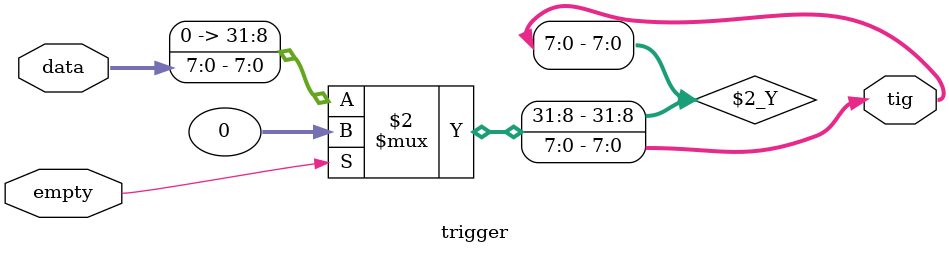
<source format=v>
`timescale 1ns / 1ps

module top_sensor(
    // global ports
    input clk, 
    input rst,
    
    // uart ports
    input rx,
    output tx,

    // sensor
    input btn_start,
    inout dht_io,

    // fnd
    output [7:0] seg,
    output [3:0] seg_comm
    );

    wire [39:0] w_data;
    reg [39:0] pipeline;
    wire [39:0] w_pip;
    assign w_pip = pipeline;
    
    wire [7:0] ctl_data;
    wire [7:0] w_ctl_data;
    wire [7:0] odata;
    wire w_start;
    wire start;
    wire en;
    wire empty;

    // data register to send fnd, uart
    always @(posedge clk, posedge rst) begin
        if (rst) begin
            pipeline <= 0;
        end
        else begin
            if (w_data != 0) pipeline <= w_data;
            else pipeline <= pipeline;
        end
    end

    top_module u_uart(
        .clk(clk),
        .reset(rst),
        .rx(rx),
        .tx(tx),
        .en(en),
        .cdata(ctl_data),
        .odata(odata),
        .empty(empty)
    );

    uart_cu u_cu(
        .i_data(w_ctl_data),
        .o_data(w_start)
    );

    btn_debounce u_btn(
        .clk(clk),
        .reset(rst),
        .i_btn(btn_start),
        .o_btn(start)
    );

    conti_data u_send(
        .clk(clk),
        .rst(rst),
        .data(w_data),
        .en(en),
        .split_data(odata)
    );

    trigger u_tig(
        .empty(empty),
        .data(ctl_data),
        .tig(w_ctl_data)
    );

    humity_sensor_top u_sensor(
        .clk(clk),
        .rst(rst),
    
        .btn_start(w_start|start),
    
        .dht_io(dht_io),
        .data(w_data)
    );

    fnd_controller u_fnd(
        .clk(clk),
        .reset(rst),
        .data({w_pip[39:32],w_pip[23:16]}),
        .seg(seg),
        .seg_comm(seg_comm)
    );
endmodule

// chagne ascii data to control data 
module uart_cu(
    input [7:0] i_data,
    output o_data
    );
    
    reg [4:0] r_data;
    
    assign o_data = r_data;

    always @(*) begin
        case (i_data)
            8'h72: r_data= 1; // r -> 0x72
            default: r_data = 0;
        endcase
    end
endmodule

// transmit to 5 uart data
module conti_data (
    input clk,
    input rst,
    input [39:0] data,
    output en,
    output [7:0] split_data
);
    reg [39:0] mem_n, mem_r;
    
    // tx fifo write flag
    reg en_r,en_n;
    assign en = en_r;

    // output data
    reg [7:0] o_data;
    assign split_data = mem_r[39:32];

    // fsm register
    localparam IDLE = 0, DATA1= 1;
    reg state, next;
    

    always @(posedge clk, posedge rst) begin
        if (rst) begin
            state <= 0;
            mem_r <= 0;
            en_r <= 0;
        end
        else begin
            state <= next;
            mem_r <= mem_n;
            en_r <= en_n;
        end
    end

    always @(*) begin
        next = state;
        mem_n = mem_r;
        en_n = en_r;
        case (state)
            IDLE: begin
                en_n = 0;
                mem_n = 0; 
                if (|data) begin
                    next = DATA1;
                    mem_n = data;
                    en_n = 1;
                end
            end 
            DATA1: begin
                if(mem_n[31:0] == 0) begin
                    next = IDLE;
                    en_n = 0;
                    mem_n = 0;
                end
                else begin
                    mem_n = {mem_r[31:0],8'b0};
                end
            end
            default: mem_n = 0;
        endcase
    end
endmodule

// trigger generator
module trigger (
    input empty,
    input [7:0] data,
    output [7:0] tig
);
    assign tig = empty? 0: data;
endmodule
</source>
